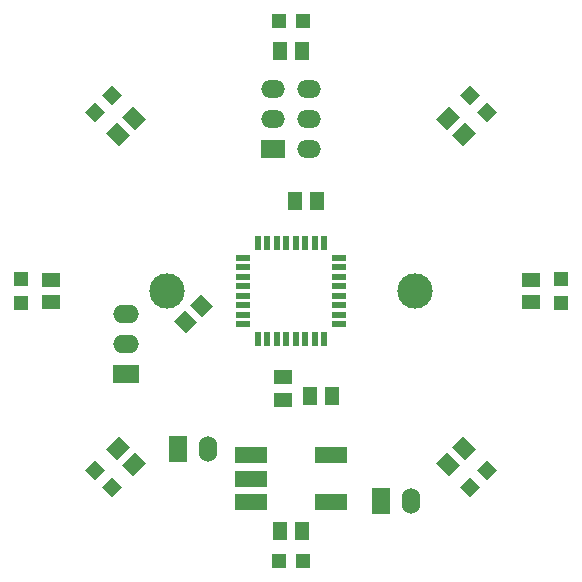
<source format=gts>
%FSLAX34Y34*%
G04 Gerber Fmt 3.4, Leading zero omitted, Abs format*
G04 (created by PCBNEW (2013-jul-14)-product) date Sunday, 05 January 2014 05:56:02 pm*
%MOIN*%
G01*
G70*
G90*
G04 APERTURE LIST*
%ADD10C,0.005906*%
%ADD11C,0.118110*%
%ADD12R,0.051200X0.059000*%
%ADD13R,0.059000X0.051200*%
%ADD14R,0.078700X0.060000*%
%ADD15O,0.078700X0.060000*%
%ADD16R,0.086600X0.060000*%
%ADD17O,0.086600X0.060000*%
%ADD18R,0.060000X0.086600*%
%ADD19O,0.060000X0.086600*%
%ADD20R,0.047200X0.047200*%
%ADD21R,0.108268X0.055118*%
%ADD22R,0.021700X0.051200*%
%ADD23R,0.051200X0.021700*%
G04 APERTURE END LIST*
G54D10*
G54D11*
X72365Y-42000D03*
X80634Y-42000D03*
G54D12*
X76625Y-39000D03*
X77375Y-39000D03*
X77125Y-45500D03*
X77875Y-45500D03*
G54D13*
X76250Y-44875D03*
X76250Y-45625D03*
G54D14*
X75902Y-37250D03*
G54D15*
X77098Y-37250D03*
X75902Y-36250D03*
X77098Y-36250D03*
X75902Y-35250D03*
X77098Y-35250D03*
G54D16*
X71000Y-44750D03*
G54D17*
X71000Y-43750D03*
X71000Y-42750D03*
G54D18*
X79500Y-49000D03*
G54D19*
X80500Y-49000D03*
G54D18*
X72750Y-47250D03*
G54D19*
X73750Y-47250D03*
G54D20*
X67500Y-41587D03*
X67500Y-42413D03*
G54D10*
G36*
X70542Y-35124D02*
X70875Y-35457D01*
X70542Y-35791D01*
X70208Y-35457D01*
X70542Y-35124D01*
X70542Y-35124D01*
G37*
G36*
X69957Y-35708D02*
X70291Y-36042D01*
X69957Y-36375D01*
X69624Y-36042D01*
X69957Y-35708D01*
X69957Y-35708D01*
G37*
G36*
X69624Y-47957D02*
X69957Y-47624D01*
X70291Y-47957D01*
X69957Y-48291D01*
X69624Y-47957D01*
X69624Y-47957D01*
G37*
G36*
X70208Y-48542D02*
X70542Y-48208D01*
X70875Y-48542D01*
X70542Y-48875D01*
X70208Y-48542D01*
X70208Y-48542D01*
G37*
G54D20*
X76913Y-33000D03*
X76087Y-33000D03*
X76087Y-51000D03*
X76913Y-51000D03*
G54D10*
G36*
X83375Y-36042D02*
X83042Y-36375D01*
X82708Y-36042D01*
X83042Y-35708D01*
X83375Y-36042D01*
X83375Y-36042D01*
G37*
G36*
X82791Y-35457D02*
X82457Y-35791D01*
X82124Y-35457D01*
X82457Y-35124D01*
X82791Y-35457D01*
X82791Y-35457D01*
G37*
G36*
X82457Y-48875D02*
X82124Y-48542D01*
X82457Y-48208D01*
X82791Y-48542D01*
X82457Y-48875D01*
X82457Y-48875D01*
G37*
G36*
X83042Y-48291D02*
X82708Y-47957D01*
X83042Y-47624D01*
X83375Y-47957D01*
X83042Y-48291D01*
X83042Y-48291D01*
G37*
G54D20*
X85500Y-42413D03*
X85500Y-41587D03*
G54D10*
G36*
X72957Y-42625D02*
X73374Y-43042D01*
X73012Y-43404D01*
X72595Y-42987D01*
X72957Y-42625D01*
X72957Y-42625D01*
G37*
G36*
X73487Y-42095D02*
X73904Y-42512D01*
X73542Y-42874D01*
X73125Y-42457D01*
X73487Y-42095D01*
X73487Y-42095D01*
G37*
G54D13*
X68500Y-41625D03*
X68500Y-42375D03*
G54D10*
G36*
X71292Y-36624D02*
X70875Y-36207D01*
X71237Y-35845D01*
X71654Y-36262D01*
X71292Y-36624D01*
X71292Y-36624D01*
G37*
G36*
X70762Y-37154D02*
X70345Y-36737D01*
X70707Y-36375D01*
X71124Y-36792D01*
X70762Y-37154D01*
X70762Y-37154D01*
G37*
G36*
X71124Y-47207D02*
X70707Y-47624D01*
X70345Y-47262D01*
X70762Y-46845D01*
X71124Y-47207D01*
X71124Y-47207D01*
G37*
G36*
X71654Y-47737D02*
X71237Y-48154D01*
X70875Y-47792D01*
X71292Y-47375D01*
X71654Y-47737D01*
X71654Y-47737D01*
G37*
G54D12*
X76875Y-34000D03*
X76125Y-34000D03*
X76125Y-50000D03*
X76875Y-50000D03*
G54D10*
G36*
X81875Y-36792D02*
X82292Y-36375D01*
X82654Y-36737D01*
X82237Y-37154D01*
X81875Y-36792D01*
X81875Y-36792D01*
G37*
G36*
X81345Y-36262D02*
X81762Y-35845D01*
X82124Y-36207D01*
X81707Y-36624D01*
X81345Y-36262D01*
X81345Y-36262D01*
G37*
G36*
X81707Y-47375D02*
X82124Y-47792D01*
X81762Y-48154D01*
X81345Y-47737D01*
X81707Y-47375D01*
X81707Y-47375D01*
G37*
G36*
X82237Y-46845D02*
X82654Y-47262D01*
X82292Y-47624D01*
X81875Y-47207D01*
X82237Y-46845D01*
X82237Y-46845D01*
G37*
G54D13*
X84500Y-42375D03*
X84500Y-41625D03*
G54D21*
X75161Y-48250D03*
X75161Y-47462D03*
X77838Y-47462D03*
X75161Y-49037D03*
X77838Y-49037D03*
G54D22*
X76343Y-43614D03*
X76657Y-43614D03*
X76972Y-43614D03*
X77287Y-43614D03*
X77602Y-43614D03*
X75398Y-43614D03*
X75713Y-43614D03*
X76028Y-43614D03*
G54D23*
X78114Y-43102D03*
X78114Y-42787D03*
X78114Y-42472D03*
X78114Y-42157D03*
X78114Y-41843D03*
X78114Y-41528D03*
X78114Y-41213D03*
X78114Y-40898D03*
G54D22*
X77602Y-40386D03*
X77287Y-40386D03*
X76972Y-40386D03*
X76657Y-40386D03*
X76343Y-40386D03*
X76028Y-40386D03*
X75713Y-40386D03*
X75398Y-40386D03*
G54D23*
X74886Y-40898D03*
X74886Y-41213D03*
X74886Y-41528D03*
X74886Y-41843D03*
X74886Y-42157D03*
X74886Y-42472D03*
X74886Y-42787D03*
X74886Y-43102D03*
M02*

</source>
